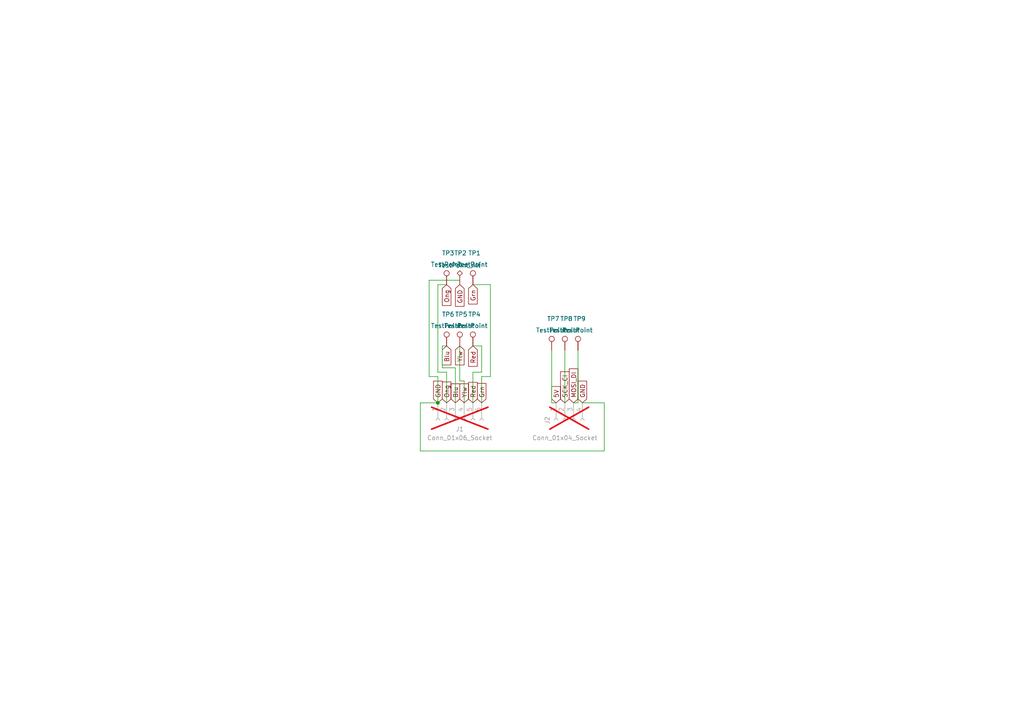
<source format=kicad_sch>
(kicad_sch
	(version 20231120)
	(generator "eeschema")
	(generator_version "8.0")
	(uuid "10916d6f-42d4-43e4-86bb-5b0bcc61a618")
	(paper "A4")
	(lib_symbols
		(symbol "Connector:Conn_01x04_Socket"
			(pin_names
				(offset 1.016) hide)
			(exclude_from_sim no)
			(in_bom yes)
			(on_board yes)
			(property "Reference" "J"
				(at 0 5.08 0)
				(effects
					(font
						(size 1.27 1.27)
					)
				)
			)
			(property "Value" "Conn_01x04_Socket"
				(at 0 -7.62 0)
				(effects
					(font
						(size 1.27 1.27)
					)
				)
			)
			(property "Footprint" ""
				(at 0 0 0)
				(effects
					(font
						(size 1.27 1.27)
					)
					(hide yes)
				)
			)
			(property "Datasheet" "~"
				(at 0 0 0)
				(effects
					(font
						(size 1.27 1.27)
					)
					(hide yes)
				)
			)
			(property "Description" "Generic connector, single row, 01x04, script generated"
				(at 0 0 0)
				(effects
					(font
						(size 1.27 1.27)
					)
					(hide yes)
				)
			)
			(property "ki_locked" ""
				(at 0 0 0)
				(effects
					(font
						(size 1.27 1.27)
					)
				)
			)
			(property "ki_keywords" "connector"
				(at 0 0 0)
				(effects
					(font
						(size 1.27 1.27)
					)
					(hide yes)
				)
			)
			(property "ki_fp_filters" "Connector*:*_1x??_*"
				(at 0 0 0)
				(effects
					(font
						(size 1.27 1.27)
					)
					(hide yes)
				)
			)
			(symbol "Conn_01x04_Socket_1_1"
				(arc
					(start 0 -4.572)
					(mid -0.5058 -5.08)
					(end 0 -5.588)
					(stroke
						(width 0.1524)
						(type default)
					)
					(fill
						(type none)
					)
				)
				(arc
					(start 0 -2.032)
					(mid -0.5058 -2.54)
					(end 0 -3.048)
					(stroke
						(width 0.1524)
						(type default)
					)
					(fill
						(type none)
					)
				)
				(polyline
					(pts
						(xy -1.27 -5.08) (xy -0.508 -5.08)
					)
					(stroke
						(width 0.1524)
						(type default)
					)
					(fill
						(type none)
					)
				)
				(polyline
					(pts
						(xy -1.27 -2.54) (xy -0.508 -2.54)
					)
					(stroke
						(width 0.1524)
						(type default)
					)
					(fill
						(type none)
					)
				)
				(polyline
					(pts
						(xy -1.27 0) (xy -0.508 0)
					)
					(stroke
						(width 0.1524)
						(type default)
					)
					(fill
						(type none)
					)
				)
				(polyline
					(pts
						(xy -1.27 2.54) (xy -0.508 2.54)
					)
					(stroke
						(width 0.1524)
						(type default)
					)
					(fill
						(type none)
					)
				)
				(arc
					(start 0 0.508)
					(mid -0.5058 0)
					(end 0 -0.508)
					(stroke
						(width 0.1524)
						(type default)
					)
					(fill
						(type none)
					)
				)
				(arc
					(start 0 3.048)
					(mid -0.5058 2.54)
					(end 0 2.032)
					(stroke
						(width 0.1524)
						(type default)
					)
					(fill
						(type none)
					)
				)
				(pin passive line
					(at -5.08 2.54 0)
					(length 3.81)
					(name "Pin_1"
						(effects
							(font
								(size 1.27 1.27)
							)
						)
					)
					(number "1"
						(effects
							(font
								(size 1.27 1.27)
							)
						)
					)
				)
				(pin passive line
					(at -5.08 0 0)
					(length 3.81)
					(name "Pin_2"
						(effects
							(font
								(size 1.27 1.27)
							)
						)
					)
					(number "2"
						(effects
							(font
								(size 1.27 1.27)
							)
						)
					)
				)
				(pin passive line
					(at -5.08 -2.54 0)
					(length 3.81)
					(name "Pin_3"
						(effects
							(font
								(size 1.27 1.27)
							)
						)
					)
					(number "3"
						(effects
							(font
								(size 1.27 1.27)
							)
						)
					)
				)
				(pin passive line
					(at -5.08 -5.08 0)
					(length 3.81)
					(name "Pin_4"
						(effects
							(font
								(size 1.27 1.27)
							)
						)
					)
					(number "4"
						(effects
							(font
								(size 1.27 1.27)
							)
						)
					)
				)
			)
		)
		(symbol "Connector:Conn_01x06_Socket"
			(pin_names
				(offset 1.016) hide)
			(exclude_from_sim no)
			(in_bom yes)
			(on_board yes)
			(property "Reference" "J"
				(at 0 7.62 0)
				(effects
					(font
						(size 1.27 1.27)
					)
				)
			)
			(property "Value" "Conn_01x06_Socket"
				(at 0 -10.16 0)
				(effects
					(font
						(size 1.27 1.27)
					)
				)
			)
			(property "Footprint" ""
				(at 0 0 0)
				(effects
					(font
						(size 1.27 1.27)
					)
					(hide yes)
				)
			)
			(property "Datasheet" "~"
				(at 0 0 0)
				(effects
					(font
						(size 1.27 1.27)
					)
					(hide yes)
				)
			)
			(property "Description" "Generic connector, single row, 01x06, script generated"
				(at 0 0 0)
				(effects
					(font
						(size 1.27 1.27)
					)
					(hide yes)
				)
			)
			(property "ki_locked" ""
				(at 0 0 0)
				(effects
					(font
						(size 1.27 1.27)
					)
				)
			)
			(property "ki_keywords" "connector"
				(at 0 0 0)
				(effects
					(font
						(size 1.27 1.27)
					)
					(hide yes)
				)
			)
			(property "ki_fp_filters" "Connector*:*_1x??_*"
				(at 0 0 0)
				(effects
					(font
						(size 1.27 1.27)
					)
					(hide yes)
				)
			)
			(symbol "Conn_01x06_Socket_1_1"
				(arc
					(start 0 -7.112)
					(mid -0.5058 -7.62)
					(end 0 -8.128)
					(stroke
						(width 0.1524)
						(type default)
					)
					(fill
						(type none)
					)
				)
				(arc
					(start 0 -4.572)
					(mid -0.5058 -5.08)
					(end 0 -5.588)
					(stroke
						(width 0.1524)
						(type default)
					)
					(fill
						(type none)
					)
				)
				(arc
					(start 0 -2.032)
					(mid -0.5058 -2.54)
					(end 0 -3.048)
					(stroke
						(width 0.1524)
						(type default)
					)
					(fill
						(type none)
					)
				)
				(polyline
					(pts
						(xy -1.27 -7.62) (xy -0.508 -7.62)
					)
					(stroke
						(width 0.1524)
						(type default)
					)
					(fill
						(type none)
					)
				)
				(polyline
					(pts
						(xy -1.27 -5.08) (xy -0.508 -5.08)
					)
					(stroke
						(width 0.1524)
						(type default)
					)
					(fill
						(type none)
					)
				)
				(polyline
					(pts
						(xy -1.27 -2.54) (xy -0.508 -2.54)
					)
					(stroke
						(width 0.1524)
						(type default)
					)
					(fill
						(type none)
					)
				)
				(polyline
					(pts
						(xy -1.27 0) (xy -0.508 0)
					)
					(stroke
						(width 0.1524)
						(type default)
					)
					(fill
						(type none)
					)
				)
				(polyline
					(pts
						(xy -1.27 2.54) (xy -0.508 2.54)
					)
					(stroke
						(width 0.1524)
						(type default)
					)
					(fill
						(type none)
					)
				)
				(polyline
					(pts
						(xy -1.27 5.08) (xy -0.508 5.08)
					)
					(stroke
						(width 0.1524)
						(type default)
					)
					(fill
						(type none)
					)
				)
				(arc
					(start 0 0.508)
					(mid -0.5058 0)
					(end 0 -0.508)
					(stroke
						(width 0.1524)
						(type default)
					)
					(fill
						(type none)
					)
				)
				(arc
					(start 0 3.048)
					(mid -0.5058 2.54)
					(end 0 2.032)
					(stroke
						(width 0.1524)
						(type default)
					)
					(fill
						(type none)
					)
				)
				(arc
					(start 0 5.588)
					(mid -0.5058 5.08)
					(end 0 4.572)
					(stroke
						(width 0.1524)
						(type default)
					)
					(fill
						(type none)
					)
				)
				(pin passive line
					(at -5.08 5.08 0)
					(length 3.81)
					(name "Pin_1"
						(effects
							(font
								(size 1.27 1.27)
							)
						)
					)
					(number "1"
						(effects
							(font
								(size 1.27 1.27)
							)
						)
					)
				)
				(pin passive line
					(at -5.08 2.54 0)
					(length 3.81)
					(name "Pin_2"
						(effects
							(font
								(size 1.27 1.27)
							)
						)
					)
					(number "2"
						(effects
							(font
								(size 1.27 1.27)
							)
						)
					)
				)
				(pin passive line
					(at -5.08 0 0)
					(length 3.81)
					(name "Pin_3"
						(effects
							(font
								(size 1.27 1.27)
							)
						)
					)
					(number "3"
						(effects
							(font
								(size 1.27 1.27)
							)
						)
					)
				)
				(pin passive line
					(at -5.08 -2.54 0)
					(length 3.81)
					(name "Pin_4"
						(effects
							(font
								(size 1.27 1.27)
							)
						)
					)
					(number "4"
						(effects
							(font
								(size 1.27 1.27)
							)
						)
					)
				)
				(pin passive line
					(at -5.08 -5.08 0)
					(length 3.81)
					(name "Pin_5"
						(effects
							(font
								(size 1.27 1.27)
							)
						)
					)
					(number "5"
						(effects
							(font
								(size 1.27 1.27)
							)
						)
					)
				)
				(pin passive line
					(at -5.08 -7.62 0)
					(length 3.81)
					(name "Pin_6"
						(effects
							(font
								(size 1.27 1.27)
							)
						)
					)
					(number "6"
						(effects
							(font
								(size 1.27 1.27)
							)
						)
					)
				)
			)
		)
		(symbol "Connector:TestPoint"
			(pin_numbers hide)
			(pin_names
				(offset 0.762) hide)
			(exclude_from_sim no)
			(in_bom yes)
			(on_board yes)
			(property "Reference" "TP"
				(at 0 6.858 0)
				(effects
					(font
						(size 1.27 1.27)
					)
				)
			)
			(property "Value" "TestPoint"
				(at 0 5.08 0)
				(effects
					(font
						(size 1.27 1.27)
					)
				)
			)
			(property "Footprint" ""
				(at 5.08 0 0)
				(effects
					(font
						(size 1.27 1.27)
					)
					(hide yes)
				)
			)
			(property "Datasheet" "~"
				(at 5.08 0 0)
				(effects
					(font
						(size 1.27 1.27)
					)
					(hide yes)
				)
			)
			(property "Description" "test point"
				(at 0 0 0)
				(effects
					(font
						(size 1.27 1.27)
					)
					(hide yes)
				)
			)
			(property "ki_keywords" "test point tp"
				(at 0 0 0)
				(effects
					(font
						(size 1.27 1.27)
					)
					(hide yes)
				)
			)
			(property "ki_fp_filters" "Pin* Test*"
				(at 0 0 0)
				(effects
					(font
						(size 1.27 1.27)
					)
					(hide yes)
				)
			)
			(symbol "TestPoint_0_1"
				(circle
					(center 0 3.302)
					(radius 0.762)
					(stroke
						(width 0)
						(type default)
					)
					(fill
						(type none)
					)
				)
			)
			(symbol "TestPoint_1_1"
				(pin passive line
					(at 0 0 90)
					(length 2.54)
					(name "1"
						(effects
							(font
								(size 1.27 1.27)
							)
						)
					)
					(number "1"
						(effects
							(font
								(size 1.27 1.27)
							)
						)
					)
				)
			)
		)
		(symbol "Connector:TestPoint_Alt"
			(pin_numbers hide)
			(pin_names
				(offset 0.762) hide)
			(exclude_from_sim no)
			(in_bom yes)
			(on_board yes)
			(property "Reference" "TP"
				(at 0 6.858 0)
				(effects
					(font
						(size 1.27 1.27)
					)
				)
			)
			(property "Value" "TestPoint_Alt"
				(at 0 5.08 0)
				(effects
					(font
						(size 1.27 1.27)
					)
				)
			)
			(property "Footprint" ""
				(at 5.08 0 0)
				(effects
					(font
						(size 1.27 1.27)
					)
					(hide yes)
				)
			)
			(property "Datasheet" "~"
				(at 5.08 0 0)
				(effects
					(font
						(size 1.27 1.27)
					)
					(hide yes)
				)
			)
			(property "Description" "test point (alternative shape)"
				(at 0 0 0)
				(effects
					(font
						(size 1.27 1.27)
					)
					(hide yes)
				)
			)
			(property "ki_keywords" "test point tp"
				(at 0 0 0)
				(effects
					(font
						(size 1.27 1.27)
					)
					(hide yes)
				)
			)
			(property "ki_fp_filters" "Pin* Test*"
				(at 0 0 0)
				(effects
					(font
						(size 1.27 1.27)
					)
					(hide yes)
				)
			)
			(symbol "TestPoint_Alt_0_1"
				(polyline
					(pts
						(xy 0 2.54) (xy -0.762 3.302) (xy 0 4.064) (xy 0.762 3.302) (xy 0 2.54)
					)
					(stroke
						(width 0)
						(type default)
					)
					(fill
						(type none)
					)
				)
			)
			(symbol "TestPoint_Alt_1_1"
				(pin passive line
					(at 0 0 90)
					(length 2.54)
					(name "1"
						(effects
							(font
								(size 1.27 1.27)
							)
						)
					)
					(number "1"
						(effects
							(font
								(size 1.27 1.27)
							)
						)
					)
				)
			)
		)
	)
	(junction
		(at 127 116.84)
		(diameter 0)
		(color 0 0 0 0)
		(uuid "7fb48d56-dd21-4bf5-bbc7-8af82ffcc6c9")
	)
	(wire
		(pts
			(xy 160.02 101.6) (xy 160.02 116.84)
		)
		(stroke
			(width 0)
			(type default)
		)
		(uuid "023daad2-e889-4b75-8ed8-0cebfbe5bf26")
	)
	(wire
		(pts
			(xy 142.24 82.55) (xy 142.24 109.22)
		)
		(stroke
			(width 0)
			(type default)
		)
		(uuid "0274034f-9b6e-408d-ba08-79118f8deca3")
	)
	(wire
		(pts
			(xy 175.26 130.81) (xy 121.92 130.81)
		)
		(stroke
			(width 0)
			(type default)
		)
		(uuid "02d922b6-0d33-4cfb-9f28-556c3ebc908e")
	)
	(wire
		(pts
			(xy 133.35 100.33) (xy 133.35 110.49)
		)
		(stroke
			(width 0)
			(type default)
		)
		(uuid "096a1090-9cde-4e7e-9210-2c7b25f92af5")
	)
	(wire
		(pts
			(xy 129.54 107.95) (xy 127 107.95)
		)
		(stroke
			(width 0)
			(type default)
		)
		(uuid "0be75733-ff7a-49a8-b531-ef6486cceacb")
	)
	(wire
		(pts
			(xy 160.02 116.84) (xy 161.29 116.84)
		)
		(stroke
			(width 0)
			(type default)
		)
		(uuid "15cb2442-e585-4d4d-8ecb-10191fc297a9")
	)
	(wire
		(pts
			(xy 121.92 130.81) (xy 121.92 116.84)
		)
		(stroke
			(width 0)
			(type default)
		)
		(uuid "196e7f17-6768-4523-9773-2429b56bf43c")
	)
	(wire
		(pts
			(xy 129.54 82.55) (xy 127 82.55)
		)
		(stroke
			(width 0)
			(type default)
		)
		(uuid "1be59d60-559f-47b2-a687-acc99165ce4c")
	)
	(wire
		(pts
			(xy 175.26 116.84) (xy 175.26 130.81)
		)
		(stroke
			(width 0)
			(type default)
		)
		(uuid "2de61c2b-c8dd-4db4-b32a-4bc19bcc426b")
	)
	(wire
		(pts
			(xy 129.54 116.84) (xy 129.54 107.95)
		)
		(stroke
			(width 0)
			(type default)
		)
		(uuid "41f843bf-7324-49ae-9b22-6114da48e715")
	)
	(wire
		(pts
			(xy 142.24 109.22) (xy 139.7 109.22)
		)
		(stroke
			(width 0)
			(type default)
		)
		(uuid "4428bd22-77dc-4428-a11f-30ea26a0df49")
	)
	(wire
		(pts
			(xy 127 109.22) (xy 127 116.84)
		)
		(stroke
			(width 0)
			(type default)
		)
		(uuid "45e52b4b-11c9-4596-ba3e-6fc6375b550f")
	)
	(wire
		(pts
			(xy 124.46 109.22) (xy 127 109.22)
		)
		(stroke
			(width 0)
			(type default)
		)
		(uuid "4936e368-9e60-4617-acee-c8518f23b26d")
	)
	(wire
		(pts
			(xy 134.62 110.49) (xy 134.62 116.84)
		)
		(stroke
			(width 0)
			(type default)
		)
		(uuid "506cb8b3-c27e-46aa-9ace-d9bed0471003")
	)
	(wire
		(pts
			(xy 168.91 116.84) (xy 175.26 116.84)
		)
		(stroke
			(width 0)
			(type default)
		)
		(uuid "52398323-0758-4b73-ba85-4c895b7db7c6")
	)
	(wire
		(pts
			(xy 127 107.95) (xy 127 82.55)
		)
		(stroke
			(width 0)
			(type default)
		)
		(uuid "58eb7902-f0e2-42ad-acb0-b4e5f9a4d348")
	)
	(wire
		(pts
			(xy 167.64 116.84) (xy 166.37 116.84)
		)
		(stroke
			(width 0)
			(type default)
		)
		(uuid "6849521c-45af-472e-848e-566b6cc39e67")
	)
	(wire
		(pts
			(xy 124.46 81.28) (xy 124.46 109.22)
		)
		(stroke
			(width 0)
			(type default)
		)
		(uuid "6c2a201f-233d-429f-9c94-087068655fc8")
	)
	(wire
		(pts
			(xy 128.27 106.68) (xy 128.27 100.33)
		)
		(stroke
			(width 0)
			(type default)
		)
		(uuid "6cda7586-bcd3-4a3c-a5c6-9ff0517bd3dd")
	)
	(wire
		(pts
			(xy 139.7 109.22) (xy 139.7 116.84)
		)
		(stroke
			(width 0)
			(type default)
		)
		(uuid "71385968-eb71-43dc-82f4-7e80b677428f")
	)
	(wire
		(pts
			(xy 167.64 101.6) (xy 167.64 116.84)
		)
		(stroke
			(width 0)
			(type default)
		)
		(uuid "73e5f30b-f7f0-4448-806e-1a7200e07153")
	)
	(wire
		(pts
			(xy 133.35 110.49) (xy 134.62 110.49)
		)
		(stroke
			(width 0)
			(type default)
		)
		(uuid "7ece2b0e-dff7-42d0-a933-5c51c78aeb19")
	)
	(wire
		(pts
			(xy 121.92 116.84) (xy 127 116.84)
		)
		(stroke
			(width 0)
			(type default)
		)
		(uuid "85e3e3e5-5ee9-4d24-a799-3d9727d7a3df")
	)
	(wire
		(pts
			(xy 128.27 100.33) (xy 129.54 100.33)
		)
		(stroke
			(width 0)
			(type default)
		)
		(uuid "8933211d-7b9a-4ad3-97e8-59763dbcc55c")
	)
	(wire
		(pts
			(xy 133.35 82.55) (xy 133.35 81.28)
		)
		(stroke
			(width 0)
			(type default)
		)
		(uuid "8a9e90dc-96d9-4089-aec5-a7d1bc3d611e")
	)
	(wire
		(pts
			(xy 137.16 107.95) (xy 137.16 116.84)
		)
		(stroke
			(width 0)
			(type default)
		)
		(uuid "9303df37-6856-4af6-ae1f-ce4009af5ebd")
	)
	(wire
		(pts
			(xy 163.83 101.6) (xy 163.83 116.84)
		)
		(stroke
			(width 0)
			(type default)
		)
		(uuid "98916e33-6b15-4aa3-ad6a-c7a885b0b75b")
	)
	(wire
		(pts
			(xy 133.35 81.28) (xy 124.46 81.28)
		)
		(stroke
			(width 0)
			(type default)
		)
		(uuid "98922383-540c-4174-9112-609628c72ab2")
	)
	(wire
		(pts
			(xy 132.08 106.68) (xy 128.27 106.68)
		)
		(stroke
			(width 0)
			(type default)
		)
		(uuid "ac50f9eb-2e4a-4260-87f8-b88ab7c9f682")
	)
	(wire
		(pts
			(xy 139.7 107.95) (xy 137.16 107.95)
		)
		(stroke
			(width 0)
			(type default)
		)
		(uuid "aea3d0b6-0101-4008-9a3b-9805de3cc6ba")
	)
	(wire
		(pts
			(xy 137.16 100.33) (xy 139.7 100.33)
		)
		(stroke
			(width 0)
			(type default)
		)
		(uuid "b0f9a54e-199b-46dd-ab1a-489aaf9771d5")
	)
	(wire
		(pts
			(xy 139.7 100.33) (xy 139.7 107.95)
		)
		(stroke
			(width 0)
			(type default)
		)
		(uuid "cce16e78-3922-4ee5-b5c7-346c7f948d09")
	)
	(wire
		(pts
			(xy 137.16 82.55) (xy 142.24 82.55)
		)
		(stroke
			(width 0)
			(type default)
		)
		(uuid "cf7206d0-321d-4fc0-a80f-1099236fde6d")
	)
	(wire
		(pts
			(xy 132.08 116.84) (xy 132.08 106.68)
		)
		(stroke
			(width 0)
			(type default)
		)
		(uuid "e5978c97-5031-4d99-8541-c9a71a282bf3")
	)
	(global_label "5V"
		(shape input)
		(at 161.29 116.84 90)
		(fields_autoplaced yes)
		(effects
			(font
				(size 1.27 1.27)
			)
			(justify left)
		)
		(uuid "28aab981-ac69-4f93-a6bf-fa3f15f7c157")
		(property "Intersheetrefs" "${INTERSHEET_REFS}"
			(at 161.29 111.5567 90)
			(effects
				(font
					(size 1.27 1.27)
				)
				(justify left)
				(hide yes)
			)
		)
	)
	(global_label "Blu"
		(shape input)
		(at 132.08 116.84 90)
		(fields_autoplaced yes)
		(effects
			(font
				(size 1.27 1.27)
			)
			(justify left)
		)
		(uuid "3dec58c2-246a-4fc3-bade-be2e2dae9531")
		(property "Intersheetrefs" "${INTERSHEET_REFS}"
			(at 132.08 110.7706 90)
			(effects
				(font
					(size 1.27 1.27)
				)
				(justify left)
				(hide yes)
			)
		)
	)
	(global_label "Ylw"
		(shape input)
		(at 134.62 116.84 90)
		(fields_autoplaced yes)
		(effects
			(font
				(size 1.27 1.27)
			)
			(justify left)
		)
		(uuid "431626f5-b439-4d1b-868b-454f4157da62")
		(property "Intersheetrefs" "${INTERSHEET_REFS}"
			(at 134.62 110.7705 90)
			(effects
				(font
					(size 1.27 1.27)
				)
				(justify left)
				(hide yes)
			)
		)
	)
	(global_label "Ong"
		(shape input)
		(at 129.54 116.84 90)
		(fields_autoplaced yes)
		(effects
			(font
				(size 1.27 1.27)
			)
			(justify left)
		)
		(uuid "a43db758-5948-4041-be49-e078276d1e2f")
		(property "Intersheetrefs" "${INTERSHEET_REFS}"
			(at 129.54 110.2263 90)
			(effects
				(font
					(size 1.27 1.27)
				)
				(justify left)
				(hide yes)
			)
		)
	)
	(global_label "GND"
		(shape input)
		(at 127 116.84 90)
		(fields_autoplaced yes)
		(effects
			(font
				(size 1.27 1.27)
			)
			(justify left)
		)
		(uuid "b5fea0ae-332e-4303-a007-866710343011")
		(property "Intersheetrefs" "${INTERSHEET_REFS}"
			(at 127 109.9843 90)
			(effects
				(font
					(size 1.27 1.27)
				)
				(justify left)
				(hide yes)
			)
		)
	)
	(global_label "Ong"
		(shape input)
		(at 129.54 82.55 270)
		(fields_autoplaced yes)
		(effects
			(font
				(size 1.27 1.27)
			)
			(justify right)
		)
		(uuid "b7b2badc-deab-4f1e-9d01-aee6b481ab08")
		(property "Intersheetrefs" "${INTERSHEET_REFS}"
			(at 129.54 89.1637 90)
			(effects
				(font
					(size 1.27 1.27)
				)
				(justify right)
				(hide yes)
			)
		)
	)
	(global_label "Red"
		(shape input)
		(at 137.16 100.33 270)
		(fields_autoplaced yes)
		(effects
			(font
				(size 1.27 1.27)
			)
			(justify right)
		)
		(uuid "b82985e4-47ac-41fb-9412-a91a7d5132ec")
		(property "Intersheetrefs" "${INTERSHEET_REFS}"
			(at 137.16 106.8228 90)
			(effects
				(font
					(size 1.27 1.27)
				)
				(justify right)
				(hide yes)
			)
		)
	)
	(global_label "Red"
		(shape input)
		(at 137.16 116.84 90)
		(fields_autoplaced yes)
		(effects
			(font
				(size 1.27 1.27)
			)
			(justify left)
		)
		(uuid "be45af8d-67f3-40a0-a148-ae4a8c50087d")
		(property "Intersheetrefs" "${INTERSHEET_REFS}"
			(at 137.16 110.3472 90)
			(effects
				(font
					(size 1.27 1.27)
				)
				(justify left)
				(hide yes)
			)
		)
	)
	(global_label "SCK_CI"
		(shape input)
		(at 163.83 116.84 90)
		(fields_autoplaced yes)
		(effects
			(font
				(size 1.27 1.27)
			)
			(justify left)
		)
		(uuid "bfc553dc-8597-44ac-9159-53c5dc26d1f4")
		(property "Intersheetrefs" "${INTERSHEET_REFS}"
			(at 163.83 107.2629 90)
			(effects
				(font
					(size 1.27 1.27)
				)
				(justify left)
				(hide yes)
			)
		)
	)
	(global_label "GND"
		(shape input)
		(at 168.91 116.84 90)
		(fields_autoplaced yes)
		(effects
			(font
				(size 1.27 1.27)
			)
			(justify left)
		)
		(uuid "d15ae428-605b-49f8-b545-c1840a2a0d86")
		(property "Intersheetrefs" "${INTERSHEET_REFS}"
			(at 168.91 109.9843 90)
			(effects
				(font
					(size 1.27 1.27)
				)
				(justify left)
				(hide yes)
			)
		)
	)
	(global_label "MOSI_DI"
		(shape input)
		(at 166.37 116.84 90)
		(fields_autoplaced yes)
		(effects
			(font
				(size 1.27 1.27)
			)
			(justify left)
		)
		(uuid "d58efba5-d8c8-4753-bac6-26fc14a8c0c4")
		(property "Intersheetrefs" "${INTERSHEET_REFS}"
			(at 166.37 106.4162 90)
			(effects
				(font
					(size 1.27 1.27)
				)
				(justify left)
				(hide yes)
			)
		)
	)
	(global_label "Grn"
		(shape input)
		(at 139.7 116.84 90)
		(fields_autoplaced yes)
		(effects
			(font
				(size 1.27 1.27)
			)
			(justify left)
		)
		(uuid "df60784d-b315-4410-b9f5-74d8a0937cc8")
		(property "Intersheetrefs" "${INTERSHEET_REFS}"
			(at 139.7 110.6496 90)
			(effects
				(font
					(size 1.27 1.27)
				)
				(justify left)
				(hide yes)
			)
		)
	)
	(global_label "Blu"
		(shape input)
		(at 129.54 100.33 270)
		(fields_autoplaced yes)
		(effects
			(font
				(size 1.27 1.27)
			)
			(justify right)
		)
		(uuid "eb1c5cb8-9c5e-49c0-9cd0-967d2d00bcaf")
		(property "Intersheetrefs" "${INTERSHEET_REFS}"
			(at 129.54 106.3994 90)
			(effects
				(font
					(size 1.27 1.27)
				)
				(justify right)
				(hide yes)
			)
		)
	)
	(global_label "GND"
		(shape input)
		(at 133.35 82.55 270)
		(fields_autoplaced yes)
		(effects
			(font
				(size 1.27 1.27)
			)
			(justify right)
		)
		(uuid "ee6dc249-7477-4b0d-ace0-d8ac78b402f3")
		(property "Intersheetrefs" "${INTERSHEET_REFS}"
			(at 133.35 89.4057 90)
			(effects
				(font
					(size 1.27 1.27)
				)
				(justify right)
				(hide yes)
			)
		)
	)
	(global_label "Ylw"
		(shape input)
		(at 133.35 100.33 270)
		(fields_autoplaced yes)
		(effects
			(font
				(size 1.27 1.27)
			)
			(justify right)
		)
		(uuid "f1fcfb37-bcb2-4c3c-9ae4-f27305a9aab2")
		(property "Intersheetrefs" "${INTERSHEET_REFS}"
			(at 133.35 106.3995 90)
			(effects
				(font
					(size 1.27 1.27)
				)
				(justify right)
				(hide yes)
			)
		)
	)
	(global_label "Grn"
		(shape input)
		(at 137.16 82.55 270)
		(fields_autoplaced yes)
		(effects
			(font
				(size 1.27 1.27)
			)
			(justify right)
		)
		(uuid "fc79ead5-d0e7-44a4-8843-4bbcde6d9969")
		(property "Intersheetrefs" "${INTERSHEET_REFS}"
			(at 137.16 88.7404 90)
			(effects
				(font
					(size 1.27 1.27)
				)
				(justify right)
				(hide yes)
			)
		)
	)
	(symbol
		(lib_id "Connector:TestPoint")
		(at 160.02 101.6 0)
		(mirror y)
		(unit 1)
		(exclude_from_sim no)
		(in_bom yes)
		(on_board yes)
		(dnp no)
		(uuid "2617cc08-4712-4064-8efa-df25e2b48017")
		(property "Reference" "TP7"
			(at 162.306 92.456 0)
			(effects
				(font
					(size 1.27 1.27)
				)
				(justify left)
			)
		)
		(property "Value" "TestPoint"
			(at 164.338 95.758 0)
			(effects
				(font
					(size 1.27 1.27)
				)
				(justify left)
			)
		)
		(property "Footprint" "CustomFootprints:SAMESKY_CPG-01-TH-B"
			(at 154.94 101.6 0)
			(effects
				(font
					(size 1.27 1.27)
				)
				(hide yes)
			)
		)
		(property "Datasheet" "~"
			(at 154.94 101.6 0)
			(effects
				(font
					(size 1.27 1.27)
				)
				(hide yes)
			)
		)
		(property "Description" "test point"
			(at 160.02 101.6 0)
			(effects
				(font
					(size 1.27 1.27)
				)
				(hide yes)
			)
		)
		(pin "1"
			(uuid "a293ddd8-8514-47eb-bba1-d4c8a232ebe7")
		)
		(instances
			(project "Pogo-9Pin"
				(path "/10916d6f-42d4-43e4-86bb-5b0bcc61a618"
					(reference "TP7")
					(unit 1)
				)
			)
		)
	)
	(symbol
		(lib_id "Connector:TestPoint")
		(at 167.64 101.6 0)
		(mirror y)
		(unit 1)
		(exclude_from_sim no)
		(in_bom yes)
		(on_board yes)
		(dnp no)
		(uuid "280812e3-3bab-4c4b-a2b7-29c94ed6f544")
		(property "Reference" "TP9"
			(at 169.926 92.456 0)
			(effects
				(font
					(size 1.27 1.27)
				)
				(justify left)
			)
		)
		(property "Value" "TestPoint"
			(at 171.958 95.758 0)
			(effects
				(font
					(size 1.27 1.27)
				)
				(justify left)
			)
		)
		(property "Footprint" "CustomFootprints:SAMESKY_CPG-01-TH-B"
			(at 162.56 101.6 0)
			(effects
				(font
					(size 1.27 1.27)
				)
				(hide yes)
			)
		)
		(property "Datasheet" "~"
			(at 162.56 101.6 0)
			(effects
				(font
					(size 1.27 1.27)
				)
				(hide yes)
			)
		)
		(property "Description" "test point"
			(at 167.64 101.6 0)
			(effects
				(font
					(size 1.27 1.27)
				)
				(hide yes)
			)
		)
		(pin "1"
			(uuid "f82a0bfe-3665-4a2b-9a7a-c2a73ed71982")
		)
		(instances
			(project "Pogo-9Pin"
				(path "/10916d6f-42d4-43e4-86bb-5b0bcc61a618"
					(reference "TP9")
					(unit 1)
				)
			)
		)
	)
	(symbol
		(lib_id "Connector:TestPoint_Alt")
		(at 133.35 82.55 0)
		(mirror y)
		(unit 1)
		(exclude_from_sim no)
		(in_bom yes)
		(on_board yes)
		(dnp no)
		(uuid "48caa2c7-f00f-465d-87fb-3d7598208915")
		(property "Reference" "TP2"
			(at 135.382 73.406 0)
			(effects
				(font
					(size 1.27 1.27)
				)
				(justify left)
			)
		)
		(property "Value" "TestPoint_Alt"
			(at 139.446 76.962 0)
			(effects
				(font
					(size 1.27 1.27)
				)
				(justify left)
			)
		)
		(property "Footprint" "CustomFootprints:SAMESKY_CPG-01-TH-B"
			(at 128.27 82.55 0)
			(effects
				(font
					(size 1.27 1.27)
				)
				(hide yes)
			)
		)
		(property "Datasheet" "~"
			(at 128.27 82.55 0)
			(effects
				(font
					(size 1.27 1.27)
				)
				(hide yes)
			)
		)
		(property "Description" "test point (alternative shape)"
			(at 133.35 82.55 0)
			(effects
				(font
					(size 1.27 1.27)
				)
				(hide yes)
			)
		)
		(pin "1"
			(uuid "097762e0-89ce-47d9-9b3c-b477d63aeef0")
		)
		(instances
			(project ""
				(path "/10916d6f-42d4-43e4-86bb-5b0bcc61a618"
					(reference "TP2")
					(unit 1)
				)
			)
		)
	)
	(symbol
		(lib_id "Connector:TestPoint")
		(at 129.54 82.55 0)
		(mirror y)
		(unit 1)
		(exclude_from_sim no)
		(in_bom yes)
		(on_board yes)
		(dnp no)
		(uuid "52a4a92e-9bb4-4390-8e30-00eb705d8011")
		(property "Reference" "TP3"
			(at 131.826 73.406 0)
			(effects
				(font
					(size 1.27 1.27)
				)
				(justify left)
			)
		)
		(property "Value" "TestPoint"
			(at 133.858 76.708 0)
			(effects
				(font
					(size 1.27 1.27)
				)
				(justify left)
			)
		)
		(property "Footprint" "CustomFootprints:SAMESKY_CPG-01-TH-B"
			(at 124.46 82.55 0)
			(effects
				(font
					(size 1.27 1.27)
				)
				(hide yes)
			)
		)
		(property "Datasheet" "~"
			(at 124.46 82.55 0)
			(effects
				(font
					(size 1.27 1.27)
				)
				(hide yes)
			)
		)
		(property "Description" "test point"
			(at 129.54 82.55 0)
			(effects
				(font
					(size 1.27 1.27)
				)
				(hide yes)
			)
		)
		(pin "1"
			(uuid "c2005174-d760-4e06-a254-77d5bf93a815")
		)
		(instances
			(project "InterfaceBoard"
				(path "/10916d6f-42d4-43e4-86bb-5b0bcc61a618"
					(reference "TP3")
					(unit 1)
				)
			)
		)
	)
	(symbol
		(lib_id "Connector:Conn_01x04_Socket")
		(at 163.83 121.92 90)
		(mirror x)
		(unit 1)
		(exclude_from_sim no)
		(in_bom yes)
		(on_board yes)
		(dnp yes)
		(uuid "5d10b0c6-fbf9-40c8-8bae-36ef545e0a0d")
		(property "Reference" "J2"
			(at 158.75 121.92 0)
			(effects
				(font
					(size 1.27 1.27)
				)
			)
		)
		(property "Value" "Conn_01x04_Socket"
			(at 163.83 127 90)
			(effects
				(font
					(size 1.27 1.27)
				)
			)
		)
		(property "Footprint" "Connector_PinSocket_2.54mm:PinSocket_1x04_P2.54mm_Vertical"
			(at 163.83 121.92 0)
			(effects
				(font
					(size 1.27 1.27)
				)
				(hide yes)
			)
		)
		(property "Datasheet" "~"
			(at 163.83 121.92 0)
			(effects
				(font
					(size 1.27 1.27)
				)
				(hide yes)
			)
		)
		(property "Description" "Generic connector, single row, 01x04, script generated"
			(at 163.83 121.92 0)
			(effects
				(font
					(size 1.27 1.27)
				)
				(hide yes)
			)
		)
		(pin "3"
			(uuid "59bc7dfe-5a27-48ea-9185-ecd17e86f661")
		)
		(pin "1"
			(uuid "9007db8b-99d4-4561-8695-b25466dae0f7")
		)
		(pin "2"
			(uuid "2dbdfffd-5920-484d-8a78-8eea3e26dbbe")
		)
		(pin "4"
			(uuid "efbebea1-aa06-4b20-8bfc-49f74a205256")
		)
		(instances
			(project ""
				(path "/10916d6f-42d4-43e4-86bb-5b0bcc61a618"
					(reference "J2")
					(unit 1)
				)
			)
		)
	)
	(symbol
		(lib_id "Connector:TestPoint")
		(at 163.83 101.6 0)
		(mirror y)
		(unit 1)
		(exclude_from_sim no)
		(in_bom yes)
		(on_board yes)
		(dnp no)
		(uuid "64771eae-3948-446f-925c-11ce637dd57b")
		(property "Reference" "TP8"
			(at 166.116 92.456 0)
			(effects
				(font
					(size 1.27 1.27)
				)
				(justify left)
			)
		)
		(property "Value" "TestPoint"
			(at 168.148 95.758 0)
			(effects
				(font
					(size 1.27 1.27)
				)
				(justify left)
			)
		)
		(property "Footprint" "CustomFootprints:SAMESKY_CPG-01-TH-B"
			(at 158.75 101.6 0)
			(effects
				(font
					(size 1.27 1.27)
				)
				(hide yes)
			)
		)
		(property "Datasheet" "~"
			(at 158.75 101.6 0)
			(effects
				(font
					(size 1.27 1.27)
				)
				(hide yes)
			)
		)
		(property "Description" "test point"
			(at 163.83 101.6 0)
			(effects
				(font
					(size 1.27 1.27)
				)
				(hide yes)
			)
		)
		(pin "1"
			(uuid "f552b2c3-0eb7-433d-9ff6-6f1fa2a3c1e6")
		)
		(instances
			(project "Pogo-9Pin"
				(path "/10916d6f-42d4-43e4-86bb-5b0bcc61a618"
					(reference "TP8")
					(unit 1)
				)
			)
		)
	)
	(symbol
		(lib_id "Connector:TestPoint")
		(at 129.54 100.33 0)
		(mirror y)
		(unit 1)
		(exclude_from_sim no)
		(in_bom yes)
		(on_board yes)
		(dnp no)
		(uuid "6f51b091-d956-4632-84a5-6f0064ee7ec4")
		(property "Reference" "TP6"
			(at 131.826 91.186 0)
			(effects
				(font
					(size 1.27 1.27)
				)
				(justify left)
			)
		)
		(property "Value" "TestPoint"
			(at 133.858 94.488 0)
			(effects
				(font
					(size 1.27 1.27)
				)
				(justify left)
			)
		)
		(property "Footprint" "CustomFootprints:SAMESKY_CPG-01-TH-B"
			(at 124.46 100.33 0)
			(effects
				(font
					(size 1.27 1.27)
				)
				(hide yes)
			)
		)
		(property "Datasheet" "~"
			(at 124.46 100.33 0)
			(effects
				(font
					(size 1.27 1.27)
				)
				(hide yes)
			)
		)
		(property "Description" "test point"
			(at 129.54 100.33 0)
			(effects
				(font
					(size 1.27 1.27)
				)
				(hide yes)
			)
		)
		(pin "1"
			(uuid "d0398838-37ce-4000-8022-992395dd5ffa")
		)
		(instances
			(project "InterfaceBoard"
				(path "/10916d6f-42d4-43e4-86bb-5b0bcc61a618"
					(reference "TP6")
					(unit 1)
				)
			)
		)
	)
	(symbol
		(lib_id "Connector:Conn_01x06_Socket")
		(at 132.08 121.92 90)
		(mirror x)
		(unit 1)
		(exclude_from_sim no)
		(in_bom yes)
		(on_board yes)
		(dnp yes)
		(fields_autoplaced yes)
		(uuid "8d615f64-2c66-402c-a88b-a1627ba20aab")
		(property "Reference" "J1"
			(at 133.35 124.46 90)
			(effects
				(font
					(size 1.27 1.27)
				)
			)
		)
		(property "Value" "Conn_01x06_Socket"
			(at 133.35 127 90)
			(effects
				(font
					(size 1.27 1.27)
				)
			)
		)
		(property "Footprint" "Connector_PinSocket_2.54mm:PinSocket_1x06_P2.54mm_Vertical"
			(at 132.08 121.92 0)
			(effects
				(font
					(size 1.27 1.27)
				)
				(hide yes)
			)
		)
		(property "Datasheet" "~"
			(at 132.08 121.92 0)
			(effects
				(font
					(size 1.27 1.27)
				)
				(hide yes)
			)
		)
		(property "Description" "Generic connector, single row, 01x06, script generated"
			(at 132.08 121.92 0)
			(effects
				(font
					(size 1.27 1.27)
				)
				(hide yes)
			)
		)
		(pin "6"
			(uuid "2ea94fde-1f14-4483-a15a-a165a9a38909")
		)
		(pin "1"
			(uuid "9e0d0ed4-678d-4058-8c75-c45f1cfb240d")
		)
		(pin "5"
			(uuid "33710498-dc22-4347-a345-fc3ee434511c")
		)
		(pin "2"
			(uuid "384431ff-f4b2-4f62-bb68-a1f75be6b789")
		)
		(pin "3"
			(uuid "dec55e67-0dc4-41eb-a07e-3d6067754ba0")
		)
		(pin "4"
			(uuid "0cfca7fb-36d6-4736-ac15-63a8f5f56bb1")
		)
		(instances
			(project ""
				(path "/10916d6f-42d4-43e4-86bb-5b0bcc61a618"
					(reference "J1")
					(unit 1)
				)
			)
		)
	)
	(symbol
		(lib_id "Connector:TestPoint")
		(at 137.16 82.55 0)
		(mirror y)
		(unit 1)
		(exclude_from_sim no)
		(in_bom yes)
		(on_board yes)
		(dnp no)
		(uuid "9a9f24a5-58c8-4a8c-95a0-93d57d2e3f9a")
		(property "Reference" "TP1"
			(at 139.446 73.406 0)
			(effects
				(font
					(size 1.27 1.27)
				)
				(justify left)
			)
		)
		(property "Value" "TestPoint"
			(at 141.478 76.708 0)
			(effects
				(font
					(size 1.27 1.27)
				)
				(justify left)
			)
		)
		(property "Footprint" "CustomFootprints:SAMESKY_CPG-01-TH-B"
			(at 132.08 82.55 0)
			(effects
				(font
					(size 1.27 1.27)
				)
				(hide yes)
			)
		)
		(property "Datasheet" "~"
			(at 132.08 82.55 0)
			(effects
				(font
					(size 1.27 1.27)
				)
				(hide yes)
			)
		)
		(property "Description" "test point"
			(at 137.16 82.55 0)
			(effects
				(font
					(size 1.27 1.27)
				)
				(hide yes)
			)
		)
		(pin "1"
			(uuid "f8f7982a-2927-44b5-93b6-0163ef9fe1b1")
		)
		(instances
			(project ""
				(path "/10916d6f-42d4-43e4-86bb-5b0bcc61a618"
					(reference "TP1")
					(unit 1)
				)
			)
		)
	)
	(symbol
		(lib_id "Connector:TestPoint")
		(at 137.16 100.33 0)
		(mirror y)
		(unit 1)
		(exclude_from_sim no)
		(in_bom yes)
		(on_board yes)
		(dnp no)
		(uuid "e840e8af-0051-441c-9dd9-acf3dd0f09e7")
		(property "Reference" "TP4"
			(at 139.446 91.186 0)
			(effects
				(font
					(size 1.27 1.27)
				)
				(justify left)
			)
		)
		(property "Value" "TestPoint"
			(at 141.478 94.488 0)
			(effects
				(font
					(size 1.27 1.27)
				)
				(justify left)
			)
		)
		(property "Footprint" "CustomFootprints:SAMESKY_CPG-01-TH-B"
			(at 132.08 100.33 0)
			(effects
				(font
					(size 1.27 1.27)
				)
				(hide yes)
			)
		)
		(property "Datasheet" "~"
			(at 132.08 100.33 0)
			(effects
				(font
					(size 1.27 1.27)
				)
				(hide yes)
			)
		)
		(property "Description" "test point"
			(at 137.16 100.33 0)
			(effects
				(font
					(size 1.27 1.27)
				)
				(hide yes)
			)
		)
		(pin "1"
			(uuid "9c05fe16-70f7-4634-8c11-e347c4522b31")
		)
		(instances
			(project "InterfaceBoard"
				(path "/10916d6f-42d4-43e4-86bb-5b0bcc61a618"
					(reference "TP4")
					(unit 1)
				)
			)
		)
	)
	(symbol
		(lib_id "Connector:TestPoint")
		(at 133.35 100.33 0)
		(mirror y)
		(unit 1)
		(exclude_from_sim no)
		(in_bom yes)
		(on_board yes)
		(dnp no)
		(uuid "f8daadf4-91a5-41f2-aa30-eca9cebb1d30")
		(property "Reference" "TP5"
			(at 135.636 91.186 0)
			(effects
				(font
					(size 1.27 1.27)
				)
				(justify left)
			)
		)
		(property "Value" "TestPoint"
			(at 137.668 94.488 0)
			(effects
				(font
					(size 1.27 1.27)
				)
				(justify left)
			)
		)
		(property "Footprint" "CustomFootprints:SAMESKY_CPG-01-TH-B"
			(at 128.27 100.33 0)
			(effects
				(font
					(size 1.27 1.27)
				)
				(hide yes)
			)
		)
		(property "Datasheet" "~"
			(at 128.27 100.33 0)
			(effects
				(font
					(size 1.27 1.27)
				)
				(hide yes)
			)
		)
		(property "Description" "test point"
			(at 133.35 100.33 0)
			(effects
				(font
					(size 1.27 1.27)
				)
				(hide yes)
			)
		)
		(pin "1"
			(uuid "4b7b5cc9-4d3a-4472-b32b-13ee88ee380b")
		)
		(instances
			(project "InterfaceBoard"
				(path "/10916d6f-42d4-43e4-86bb-5b0bcc61a618"
					(reference "TP5")
					(unit 1)
				)
			)
		)
	)
	(sheet_instances
		(path "/"
			(page "1")
		)
	)
)

</source>
